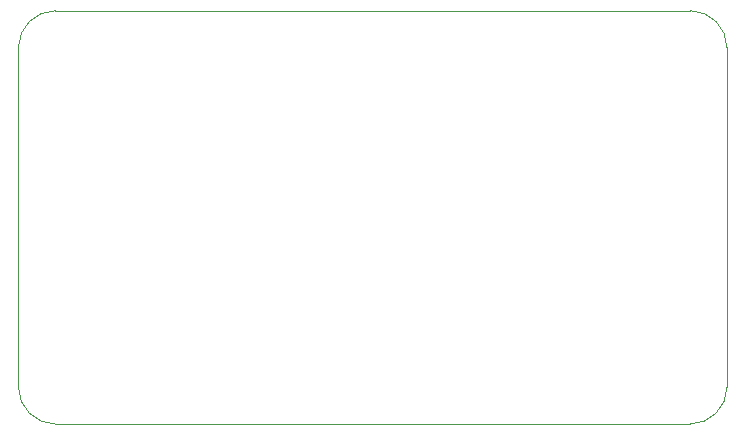
<source format=gko>
G04*
G04 #@! TF.GenerationSoftware,Altium Limited,Altium Designer,19.0.12 (326)*
G04*
G04 Layer_Color=16711935*
%FSAX25Y25*%
%MOIN*%
G70*
G01*
G75*
%ADD79C,0.00394*%
D79*
X0283432Y0295339D02*
G03*
X0295736Y0283034I0012403J0000098D01*
G01*
X0507350D02*
G03*
X0519655Y0295339I-0000098J0012403D01*
G01*
Y0408528D02*
G03*
X0507350Y0420832I-0012403J-0000098D01*
G01*
X0295736D02*
G03*
X0283432Y0408528I0000098J-0012403D01*
G01*
X0295736Y0283034D02*
X0295736Y0283035D01*
X0507350D01*
X0507350Y0283034D01*
X0519654Y0295339D02*
X0519655D01*
X0519654D02*
X0519654Y0408528D01*
X0519655D01*
X0507350Y0420831D02*
Y0420832D01*
X0295736Y0420831D02*
X0507350Y0420831D01*
X0295736Y0420831D02*
Y0420832D01*
X0283432Y0408528D02*
X0283433Y0408528D01*
Y0295339D02*
Y0408528D01*
M02*

</source>
